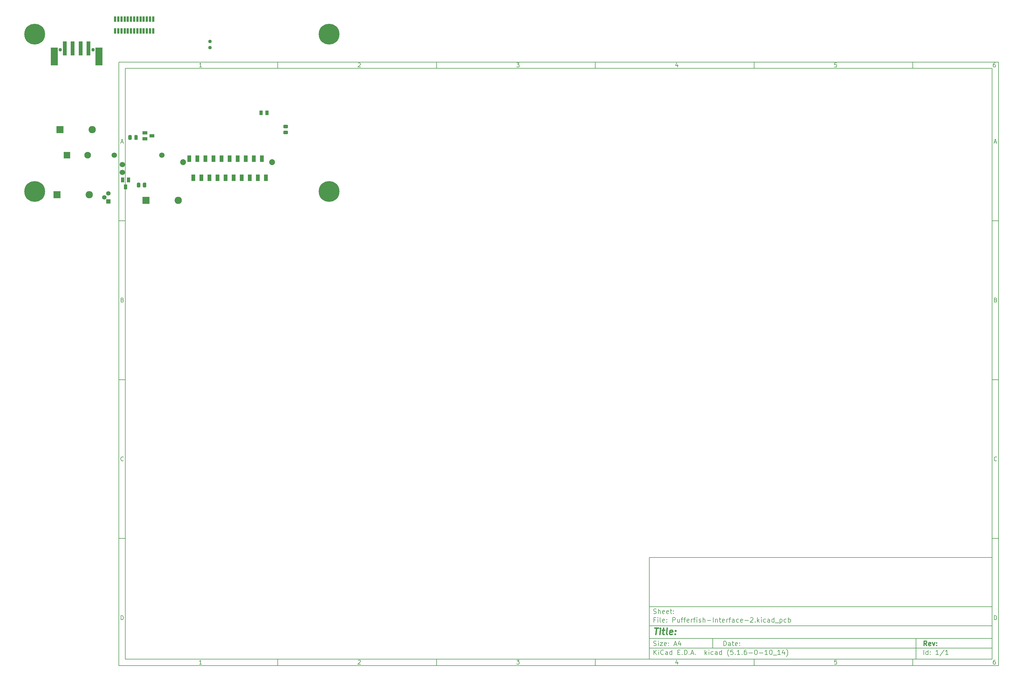
<source format=gbr>
G04 #@! TF.GenerationSoftware,KiCad,Pcbnew,(5.1.6-0-10_14)*
G04 #@! TF.CreationDate,2020-09-30T23:02:34-04:00*
G04 #@! TF.ProjectId,Pufferfish-Interface-2,50756666-6572-4666-9973-682d496e7465,rev?*
G04 #@! TF.SameCoordinates,Original*
G04 #@! TF.FileFunction,Soldermask,Bot*
G04 #@! TF.FilePolarity,Negative*
%FSLAX46Y46*%
G04 Gerber Fmt 4.6, Leading zero omitted, Abs format (unit mm)*
G04 Created by KiCad (PCBNEW (5.1.6-0-10_14)) date 2020-09-30 23:02:34*
%MOMM*%
%LPD*%
G01*
G04 APERTURE LIST*
%ADD10C,0.100000*%
%ADD11C,0.150000*%
%ADD12C,0.300000*%
%ADD13C,0.400000*%
%ADD14C,1.090600*%
%ADD15R,2.309800X5.688000*%
%ADD16R,1.293800X4.494200*%
%ADD17R,0.700000X1.750000*%
%ADD18C,1.852600*%
%ADD19R,1.293800X2.106600*%
%ADD20C,1.700000*%
%ADD21C,6.553200*%
%ADD22O,2.300000X2.300000*%
%ADD23R,2.300000X2.300000*%
%ADD24R,2.100000X2.100000*%
%ADD25C,2.100000*%
%ADD26C,1.110000*%
%ADD27R,1.400000X1.400000*%
%ADD28C,1.400000*%
%ADD29R,1.500000X1.100000*%
%ADD30R,1.100000X1.500000*%
G04 APERTURE END LIST*
D10*
D11*
X177002200Y-166007200D02*
X177002200Y-198007200D01*
X285002200Y-198007200D01*
X285002200Y-166007200D01*
X177002200Y-166007200D01*
D10*
D11*
X10000000Y-10000000D02*
X10000000Y-200007200D01*
X287002200Y-200007200D01*
X287002200Y-10000000D01*
X10000000Y-10000000D01*
D10*
D11*
X12000000Y-12000000D02*
X12000000Y-198007200D01*
X285002200Y-198007200D01*
X285002200Y-12000000D01*
X12000000Y-12000000D01*
D10*
D11*
X60000000Y-12000000D02*
X60000000Y-10000000D01*
D10*
D11*
X110000000Y-12000000D02*
X110000000Y-10000000D01*
D10*
D11*
X160000000Y-12000000D02*
X160000000Y-10000000D01*
D10*
D11*
X210000000Y-12000000D02*
X210000000Y-10000000D01*
D10*
D11*
X260000000Y-12000000D02*
X260000000Y-10000000D01*
D10*
D11*
X36065476Y-11588095D02*
X35322619Y-11588095D01*
X35694047Y-11588095D02*
X35694047Y-10288095D01*
X35570238Y-10473809D01*
X35446428Y-10597619D01*
X35322619Y-10659523D01*
D10*
D11*
X85322619Y-10411904D02*
X85384523Y-10350000D01*
X85508333Y-10288095D01*
X85817857Y-10288095D01*
X85941666Y-10350000D01*
X86003571Y-10411904D01*
X86065476Y-10535714D01*
X86065476Y-10659523D01*
X86003571Y-10845238D01*
X85260714Y-11588095D01*
X86065476Y-11588095D01*
D10*
D11*
X135260714Y-10288095D02*
X136065476Y-10288095D01*
X135632142Y-10783333D01*
X135817857Y-10783333D01*
X135941666Y-10845238D01*
X136003571Y-10907142D01*
X136065476Y-11030952D01*
X136065476Y-11340476D01*
X136003571Y-11464285D01*
X135941666Y-11526190D01*
X135817857Y-11588095D01*
X135446428Y-11588095D01*
X135322619Y-11526190D01*
X135260714Y-11464285D01*
D10*
D11*
X185941666Y-10721428D02*
X185941666Y-11588095D01*
X185632142Y-10226190D02*
X185322619Y-11154761D01*
X186127380Y-11154761D01*
D10*
D11*
X236003571Y-10288095D02*
X235384523Y-10288095D01*
X235322619Y-10907142D01*
X235384523Y-10845238D01*
X235508333Y-10783333D01*
X235817857Y-10783333D01*
X235941666Y-10845238D01*
X236003571Y-10907142D01*
X236065476Y-11030952D01*
X236065476Y-11340476D01*
X236003571Y-11464285D01*
X235941666Y-11526190D01*
X235817857Y-11588095D01*
X235508333Y-11588095D01*
X235384523Y-11526190D01*
X235322619Y-11464285D01*
D10*
D11*
X285941666Y-10288095D02*
X285694047Y-10288095D01*
X285570238Y-10350000D01*
X285508333Y-10411904D01*
X285384523Y-10597619D01*
X285322619Y-10845238D01*
X285322619Y-11340476D01*
X285384523Y-11464285D01*
X285446428Y-11526190D01*
X285570238Y-11588095D01*
X285817857Y-11588095D01*
X285941666Y-11526190D01*
X286003571Y-11464285D01*
X286065476Y-11340476D01*
X286065476Y-11030952D01*
X286003571Y-10907142D01*
X285941666Y-10845238D01*
X285817857Y-10783333D01*
X285570238Y-10783333D01*
X285446428Y-10845238D01*
X285384523Y-10907142D01*
X285322619Y-11030952D01*
D10*
D11*
X60000000Y-198007200D02*
X60000000Y-200007200D01*
D10*
D11*
X110000000Y-198007200D02*
X110000000Y-200007200D01*
D10*
D11*
X160000000Y-198007200D02*
X160000000Y-200007200D01*
D10*
D11*
X210000000Y-198007200D02*
X210000000Y-200007200D01*
D10*
D11*
X260000000Y-198007200D02*
X260000000Y-200007200D01*
D10*
D11*
X36065476Y-199595295D02*
X35322619Y-199595295D01*
X35694047Y-199595295D02*
X35694047Y-198295295D01*
X35570238Y-198481009D01*
X35446428Y-198604819D01*
X35322619Y-198666723D01*
D10*
D11*
X85322619Y-198419104D02*
X85384523Y-198357200D01*
X85508333Y-198295295D01*
X85817857Y-198295295D01*
X85941666Y-198357200D01*
X86003571Y-198419104D01*
X86065476Y-198542914D01*
X86065476Y-198666723D01*
X86003571Y-198852438D01*
X85260714Y-199595295D01*
X86065476Y-199595295D01*
D10*
D11*
X135260714Y-198295295D02*
X136065476Y-198295295D01*
X135632142Y-198790533D01*
X135817857Y-198790533D01*
X135941666Y-198852438D01*
X136003571Y-198914342D01*
X136065476Y-199038152D01*
X136065476Y-199347676D01*
X136003571Y-199471485D01*
X135941666Y-199533390D01*
X135817857Y-199595295D01*
X135446428Y-199595295D01*
X135322619Y-199533390D01*
X135260714Y-199471485D01*
D10*
D11*
X185941666Y-198728628D02*
X185941666Y-199595295D01*
X185632142Y-198233390D02*
X185322619Y-199161961D01*
X186127380Y-199161961D01*
D10*
D11*
X236003571Y-198295295D02*
X235384523Y-198295295D01*
X235322619Y-198914342D01*
X235384523Y-198852438D01*
X235508333Y-198790533D01*
X235817857Y-198790533D01*
X235941666Y-198852438D01*
X236003571Y-198914342D01*
X236065476Y-199038152D01*
X236065476Y-199347676D01*
X236003571Y-199471485D01*
X235941666Y-199533390D01*
X235817857Y-199595295D01*
X235508333Y-199595295D01*
X235384523Y-199533390D01*
X235322619Y-199471485D01*
D10*
D11*
X285941666Y-198295295D02*
X285694047Y-198295295D01*
X285570238Y-198357200D01*
X285508333Y-198419104D01*
X285384523Y-198604819D01*
X285322619Y-198852438D01*
X285322619Y-199347676D01*
X285384523Y-199471485D01*
X285446428Y-199533390D01*
X285570238Y-199595295D01*
X285817857Y-199595295D01*
X285941666Y-199533390D01*
X286003571Y-199471485D01*
X286065476Y-199347676D01*
X286065476Y-199038152D01*
X286003571Y-198914342D01*
X285941666Y-198852438D01*
X285817857Y-198790533D01*
X285570238Y-198790533D01*
X285446428Y-198852438D01*
X285384523Y-198914342D01*
X285322619Y-199038152D01*
D10*
D11*
X10000000Y-60000000D02*
X12000000Y-60000000D01*
D10*
D11*
X10000000Y-110000000D02*
X12000000Y-110000000D01*
D10*
D11*
X10000000Y-160000000D02*
X12000000Y-160000000D01*
D10*
D11*
X10690476Y-35216666D02*
X11309523Y-35216666D01*
X10566666Y-35588095D02*
X11000000Y-34288095D01*
X11433333Y-35588095D01*
D10*
D11*
X11092857Y-84907142D02*
X11278571Y-84969047D01*
X11340476Y-85030952D01*
X11402380Y-85154761D01*
X11402380Y-85340476D01*
X11340476Y-85464285D01*
X11278571Y-85526190D01*
X11154761Y-85588095D01*
X10659523Y-85588095D01*
X10659523Y-84288095D01*
X11092857Y-84288095D01*
X11216666Y-84350000D01*
X11278571Y-84411904D01*
X11340476Y-84535714D01*
X11340476Y-84659523D01*
X11278571Y-84783333D01*
X11216666Y-84845238D01*
X11092857Y-84907142D01*
X10659523Y-84907142D01*
D10*
D11*
X11402380Y-135464285D02*
X11340476Y-135526190D01*
X11154761Y-135588095D01*
X11030952Y-135588095D01*
X10845238Y-135526190D01*
X10721428Y-135402380D01*
X10659523Y-135278571D01*
X10597619Y-135030952D01*
X10597619Y-134845238D01*
X10659523Y-134597619D01*
X10721428Y-134473809D01*
X10845238Y-134350000D01*
X11030952Y-134288095D01*
X11154761Y-134288095D01*
X11340476Y-134350000D01*
X11402380Y-134411904D01*
D10*
D11*
X10659523Y-185588095D02*
X10659523Y-184288095D01*
X10969047Y-184288095D01*
X11154761Y-184350000D01*
X11278571Y-184473809D01*
X11340476Y-184597619D01*
X11402380Y-184845238D01*
X11402380Y-185030952D01*
X11340476Y-185278571D01*
X11278571Y-185402380D01*
X11154761Y-185526190D01*
X10969047Y-185588095D01*
X10659523Y-185588095D01*
D10*
D11*
X287002200Y-60000000D02*
X285002200Y-60000000D01*
D10*
D11*
X287002200Y-110000000D02*
X285002200Y-110000000D01*
D10*
D11*
X287002200Y-160000000D02*
X285002200Y-160000000D01*
D10*
D11*
X285692676Y-35216666D02*
X286311723Y-35216666D01*
X285568866Y-35588095D02*
X286002200Y-34288095D01*
X286435533Y-35588095D01*
D10*
D11*
X286095057Y-84907142D02*
X286280771Y-84969047D01*
X286342676Y-85030952D01*
X286404580Y-85154761D01*
X286404580Y-85340476D01*
X286342676Y-85464285D01*
X286280771Y-85526190D01*
X286156961Y-85588095D01*
X285661723Y-85588095D01*
X285661723Y-84288095D01*
X286095057Y-84288095D01*
X286218866Y-84350000D01*
X286280771Y-84411904D01*
X286342676Y-84535714D01*
X286342676Y-84659523D01*
X286280771Y-84783333D01*
X286218866Y-84845238D01*
X286095057Y-84907142D01*
X285661723Y-84907142D01*
D10*
D11*
X286404580Y-135464285D02*
X286342676Y-135526190D01*
X286156961Y-135588095D01*
X286033152Y-135588095D01*
X285847438Y-135526190D01*
X285723628Y-135402380D01*
X285661723Y-135278571D01*
X285599819Y-135030952D01*
X285599819Y-134845238D01*
X285661723Y-134597619D01*
X285723628Y-134473809D01*
X285847438Y-134350000D01*
X286033152Y-134288095D01*
X286156961Y-134288095D01*
X286342676Y-134350000D01*
X286404580Y-134411904D01*
D10*
D11*
X285661723Y-185588095D02*
X285661723Y-184288095D01*
X285971247Y-184288095D01*
X286156961Y-184350000D01*
X286280771Y-184473809D01*
X286342676Y-184597619D01*
X286404580Y-184845238D01*
X286404580Y-185030952D01*
X286342676Y-185278571D01*
X286280771Y-185402380D01*
X286156961Y-185526190D01*
X285971247Y-185588095D01*
X285661723Y-185588095D01*
D10*
D11*
X200434342Y-193785771D02*
X200434342Y-192285771D01*
X200791485Y-192285771D01*
X201005771Y-192357200D01*
X201148628Y-192500057D01*
X201220057Y-192642914D01*
X201291485Y-192928628D01*
X201291485Y-193142914D01*
X201220057Y-193428628D01*
X201148628Y-193571485D01*
X201005771Y-193714342D01*
X200791485Y-193785771D01*
X200434342Y-193785771D01*
X202577200Y-193785771D02*
X202577200Y-193000057D01*
X202505771Y-192857200D01*
X202362914Y-192785771D01*
X202077200Y-192785771D01*
X201934342Y-192857200D01*
X202577200Y-193714342D02*
X202434342Y-193785771D01*
X202077200Y-193785771D01*
X201934342Y-193714342D01*
X201862914Y-193571485D01*
X201862914Y-193428628D01*
X201934342Y-193285771D01*
X202077200Y-193214342D01*
X202434342Y-193214342D01*
X202577200Y-193142914D01*
X203077200Y-192785771D02*
X203648628Y-192785771D01*
X203291485Y-192285771D02*
X203291485Y-193571485D01*
X203362914Y-193714342D01*
X203505771Y-193785771D01*
X203648628Y-193785771D01*
X204720057Y-193714342D02*
X204577200Y-193785771D01*
X204291485Y-193785771D01*
X204148628Y-193714342D01*
X204077200Y-193571485D01*
X204077200Y-193000057D01*
X204148628Y-192857200D01*
X204291485Y-192785771D01*
X204577200Y-192785771D01*
X204720057Y-192857200D01*
X204791485Y-193000057D01*
X204791485Y-193142914D01*
X204077200Y-193285771D01*
X205434342Y-193642914D02*
X205505771Y-193714342D01*
X205434342Y-193785771D01*
X205362914Y-193714342D01*
X205434342Y-193642914D01*
X205434342Y-193785771D01*
X205434342Y-192857200D02*
X205505771Y-192928628D01*
X205434342Y-193000057D01*
X205362914Y-192928628D01*
X205434342Y-192857200D01*
X205434342Y-193000057D01*
D10*
D11*
X177002200Y-194507200D02*
X285002200Y-194507200D01*
D10*
D11*
X178434342Y-196585771D02*
X178434342Y-195085771D01*
X179291485Y-196585771D02*
X178648628Y-195728628D01*
X179291485Y-195085771D02*
X178434342Y-195942914D01*
X179934342Y-196585771D02*
X179934342Y-195585771D01*
X179934342Y-195085771D02*
X179862914Y-195157200D01*
X179934342Y-195228628D01*
X180005771Y-195157200D01*
X179934342Y-195085771D01*
X179934342Y-195228628D01*
X181505771Y-196442914D02*
X181434342Y-196514342D01*
X181220057Y-196585771D01*
X181077200Y-196585771D01*
X180862914Y-196514342D01*
X180720057Y-196371485D01*
X180648628Y-196228628D01*
X180577200Y-195942914D01*
X180577200Y-195728628D01*
X180648628Y-195442914D01*
X180720057Y-195300057D01*
X180862914Y-195157200D01*
X181077200Y-195085771D01*
X181220057Y-195085771D01*
X181434342Y-195157200D01*
X181505771Y-195228628D01*
X182791485Y-196585771D02*
X182791485Y-195800057D01*
X182720057Y-195657200D01*
X182577200Y-195585771D01*
X182291485Y-195585771D01*
X182148628Y-195657200D01*
X182791485Y-196514342D02*
X182648628Y-196585771D01*
X182291485Y-196585771D01*
X182148628Y-196514342D01*
X182077200Y-196371485D01*
X182077200Y-196228628D01*
X182148628Y-196085771D01*
X182291485Y-196014342D01*
X182648628Y-196014342D01*
X182791485Y-195942914D01*
X184148628Y-196585771D02*
X184148628Y-195085771D01*
X184148628Y-196514342D02*
X184005771Y-196585771D01*
X183720057Y-196585771D01*
X183577200Y-196514342D01*
X183505771Y-196442914D01*
X183434342Y-196300057D01*
X183434342Y-195871485D01*
X183505771Y-195728628D01*
X183577200Y-195657200D01*
X183720057Y-195585771D01*
X184005771Y-195585771D01*
X184148628Y-195657200D01*
X186005771Y-195800057D02*
X186505771Y-195800057D01*
X186720057Y-196585771D02*
X186005771Y-196585771D01*
X186005771Y-195085771D01*
X186720057Y-195085771D01*
X187362914Y-196442914D02*
X187434342Y-196514342D01*
X187362914Y-196585771D01*
X187291485Y-196514342D01*
X187362914Y-196442914D01*
X187362914Y-196585771D01*
X188077200Y-196585771D02*
X188077200Y-195085771D01*
X188434342Y-195085771D01*
X188648628Y-195157200D01*
X188791485Y-195300057D01*
X188862914Y-195442914D01*
X188934342Y-195728628D01*
X188934342Y-195942914D01*
X188862914Y-196228628D01*
X188791485Y-196371485D01*
X188648628Y-196514342D01*
X188434342Y-196585771D01*
X188077200Y-196585771D01*
X189577200Y-196442914D02*
X189648628Y-196514342D01*
X189577200Y-196585771D01*
X189505771Y-196514342D01*
X189577200Y-196442914D01*
X189577200Y-196585771D01*
X190220057Y-196157200D02*
X190934342Y-196157200D01*
X190077200Y-196585771D02*
X190577200Y-195085771D01*
X191077200Y-196585771D01*
X191577200Y-196442914D02*
X191648628Y-196514342D01*
X191577200Y-196585771D01*
X191505771Y-196514342D01*
X191577200Y-196442914D01*
X191577200Y-196585771D01*
X194577200Y-196585771D02*
X194577200Y-195085771D01*
X194720057Y-196014342D02*
X195148628Y-196585771D01*
X195148628Y-195585771D02*
X194577200Y-196157200D01*
X195791485Y-196585771D02*
X195791485Y-195585771D01*
X195791485Y-195085771D02*
X195720057Y-195157200D01*
X195791485Y-195228628D01*
X195862914Y-195157200D01*
X195791485Y-195085771D01*
X195791485Y-195228628D01*
X197148628Y-196514342D02*
X197005771Y-196585771D01*
X196720057Y-196585771D01*
X196577200Y-196514342D01*
X196505771Y-196442914D01*
X196434342Y-196300057D01*
X196434342Y-195871485D01*
X196505771Y-195728628D01*
X196577200Y-195657200D01*
X196720057Y-195585771D01*
X197005771Y-195585771D01*
X197148628Y-195657200D01*
X198434342Y-196585771D02*
X198434342Y-195800057D01*
X198362914Y-195657200D01*
X198220057Y-195585771D01*
X197934342Y-195585771D01*
X197791485Y-195657200D01*
X198434342Y-196514342D02*
X198291485Y-196585771D01*
X197934342Y-196585771D01*
X197791485Y-196514342D01*
X197720057Y-196371485D01*
X197720057Y-196228628D01*
X197791485Y-196085771D01*
X197934342Y-196014342D01*
X198291485Y-196014342D01*
X198434342Y-195942914D01*
X199791485Y-196585771D02*
X199791485Y-195085771D01*
X199791485Y-196514342D02*
X199648628Y-196585771D01*
X199362914Y-196585771D01*
X199220057Y-196514342D01*
X199148628Y-196442914D01*
X199077200Y-196300057D01*
X199077200Y-195871485D01*
X199148628Y-195728628D01*
X199220057Y-195657200D01*
X199362914Y-195585771D01*
X199648628Y-195585771D01*
X199791485Y-195657200D01*
X202077200Y-197157200D02*
X202005771Y-197085771D01*
X201862914Y-196871485D01*
X201791485Y-196728628D01*
X201720057Y-196514342D01*
X201648628Y-196157200D01*
X201648628Y-195871485D01*
X201720057Y-195514342D01*
X201791485Y-195300057D01*
X201862914Y-195157200D01*
X202005771Y-194942914D01*
X202077200Y-194871485D01*
X203362914Y-195085771D02*
X202648628Y-195085771D01*
X202577200Y-195800057D01*
X202648628Y-195728628D01*
X202791485Y-195657200D01*
X203148628Y-195657200D01*
X203291485Y-195728628D01*
X203362914Y-195800057D01*
X203434342Y-195942914D01*
X203434342Y-196300057D01*
X203362914Y-196442914D01*
X203291485Y-196514342D01*
X203148628Y-196585771D01*
X202791485Y-196585771D01*
X202648628Y-196514342D01*
X202577200Y-196442914D01*
X204077200Y-196442914D02*
X204148628Y-196514342D01*
X204077200Y-196585771D01*
X204005771Y-196514342D01*
X204077200Y-196442914D01*
X204077200Y-196585771D01*
X205577200Y-196585771D02*
X204720057Y-196585771D01*
X205148628Y-196585771D02*
X205148628Y-195085771D01*
X205005771Y-195300057D01*
X204862914Y-195442914D01*
X204720057Y-195514342D01*
X206220057Y-196442914D02*
X206291485Y-196514342D01*
X206220057Y-196585771D01*
X206148628Y-196514342D01*
X206220057Y-196442914D01*
X206220057Y-196585771D01*
X207577200Y-195085771D02*
X207291485Y-195085771D01*
X207148628Y-195157200D01*
X207077200Y-195228628D01*
X206934342Y-195442914D01*
X206862914Y-195728628D01*
X206862914Y-196300057D01*
X206934342Y-196442914D01*
X207005771Y-196514342D01*
X207148628Y-196585771D01*
X207434342Y-196585771D01*
X207577200Y-196514342D01*
X207648628Y-196442914D01*
X207720057Y-196300057D01*
X207720057Y-195942914D01*
X207648628Y-195800057D01*
X207577200Y-195728628D01*
X207434342Y-195657200D01*
X207148628Y-195657200D01*
X207005771Y-195728628D01*
X206934342Y-195800057D01*
X206862914Y-195942914D01*
X208362914Y-196014342D02*
X209505771Y-196014342D01*
X210505771Y-195085771D02*
X210648628Y-195085771D01*
X210791485Y-195157200D01*
X210862914Y-195228628D01*
X210934342Y-195371485D01*
X211005771Y-195657200D01*
X211005771Y-196014342D01*
X210934342Y-196300057D01*
X210862914Y-196442914D01*
X210791485Y-196514342D01*
X210648628Y-196585771D01*
X210505771Y-196585771D01*
X210362914Y-196514342D01*
X210291485Y-196442914D01*
X210220057Y-196300057D01*
X210148628Y-196014342D01*
X210148628Y-195657200D01*
X210220057Y-195371485D01*
X210291485Y-195228628D01*
X210362914Y-195157200D01*
X210505771Y-195085771D01*
X211648628Y-196014342D02*
X212791485Y-196014342D01*
X214291485Y-196585771D02*
X213434342Y-196585771D01*
X213862914Y-196585771D02*
X213862914Y-195085771D01*
X213720057Y-195300057D01*
X213577200Y-195442914D01*
X213434342Y-195514342D01*
X215220057Y-195085771D02*
X215362914Y-195085771D01*
X215505771Y-195157200D01*
X215577200Y-195228628D01*
X215648628Y-195371485D01*
X215720057Y-195657200D01*
X215720057Y-196014342D01*
X215648628Y-196300057D01*
X215577200Y-196442914D01*
X215505771Y-196514342D01*
X215362914Y-196585771D01*
X215220057Y-196585771D01*
X215077200Y-196514342D01*
X215005771Y-196442914D01*
X214934342Y-196300057D01*
X214862914Y-196014342D01*
X214862914Y-195657200D01*
X214934342Y-195371485D01*
X215005771Y-195228628D01*
X215077200Y-195157200D01*
X215220057Y-195085771D01*
X216005771Y-196728628D02*
X217148628Y-196728628D01*
X218291485Y-196585771D02*
X217434342Y-196585771D01*
X217862914Y-196585771D02*
X217862914Y-195085771D01*
X217720057Y-195300057D01*
X217577200Y-195442914D01*
X217434342Y-195514342D01*
X219577200Y-195585771D02*
X219577200Y-196585771D01*
X219220057Y-195014342D02*
X218862914Y-196085771D01*
X219791485Y-196085771D01*
X220220057Y-197157200D02*
X220291485Y-197085771D01*
X220434342Y-196871485D01*
X220505771Y-196728628D01*
X220577200Y-196514342D01*
X220648628Y-196157200D01*
X220648628Y-195871485D01*
X220577200Y-195514342D01*
X220505771Y-195300057D01*
X220434342Y-195157200D01*
X220291485Y-194942914D01*
X220220057Y-194871485D01*
D10*
D11*
X177002200Y-191507200D02*
X285002200Y-191507200D01*
D10*
D12*
X264411485Y-193785771D02*
X263911485Y-193071485D01*
X263554342Y-193785771D02*
X263554342Y-192285771D01*
X264125771Y-192285771D01*
X264268628Y-192357200D01*
X264340057Y-192428628D01*
X264411485Y-192571485D01*
X264411485Y-192785771D01*
X264340057Y-192928628D01*
X264268628Y-193000057D01*
X264125771Y-193071485D01*
X263554342Y-193071485D01*
X265625771Y-193714342D02*
X265482914Y-193785771D01*
X265197200Y-193785771D01*
X265054342Y-193714342D01*
X264982914Y-193571485D01*
X264982914Y-193000057D01*
X265054342Y-192857200D01*
X265197200Y-192785771D01*
X265482914Y-192785771D01*
X265625771Y-192857200D01*
X265697200Y-193000057D01*
X265697200Y-193142914D01*
X264982914Y-193285771D01*
X266197200Y-192785771D02*
X266554342Y-193785771D01*
X266911485Y-192785771D01*
X267482914Y-193642914D02*
X267554342Y-193714342D01*
X267482914Y-193785771D01*
X267411485Y-193714342D01*
X267482914Y-193642914D01*
X267482914Y-193785771D01*
X267482914Y-192857200D02*
X267554342Y-192928628D01*
X267482914Y-193000057D01*
X267411485Y-192928628D01*
X267482914Y-192857200D01*
X267482914Y-193000057D01*
D10*
D11*
X178362914Y-193714342D02*
X178577200Y-193785771D01*
X178934342Y-193785771D01*
X179077200Y-193714342D01*
X179148628Y-193642914D01*
X179220057Y-193500057D01*
X179220057Y-193357200D01*
X179148628Y-193214342D01*
X179077200Y-193142914D01*
X178934342Y-193071485D01*
X178648628Y-193000057D01*
X178505771Y-192928628D01*
X178434342Y-192857200D01*
X178362914Y-192714342D01*
X178362914Y-192571485D01*
X178434342Y-192428628D01*
X178505771Y-192357200D01*
X178648628Y-192285771D01*
X179005771Y-192285771D01*
X179220057Y-192357200D01*
X179862914Y-193785771D02*
X179862914Y-192785771D01*
X179862914Y-192285771D02*
X179791485Y-192357200D01*
X179862914Y-192428628D01*
X179934342Y-192357200D01*
X179862914Y-192285771D01*
X179862914Y-192428628D01*
X180434342Y-192785771D02*
X181220057Y-192785771D01*
X180434342Y-193785771D01*
X181220057Y-193785771D01*
X182362914Y-193714342D02*
X182220057Y-193785771D01*
X181934342Y-193785771D01*
X181791485Y-193714342D01*
X181720057Y-193571485D01*
X181720057Y-193000057D01*
X181791485Y-192857200D01*
X181934342Y-192785771D01*
X182220057Y-192785771D01*
X182362914Y-192857200D01*
X182434342Y-193000057D01*
X182434342Y-193142914D01*
X181720057Y-193285771D01*
X183077200Y-193642914D02*
X183148628Y-193714342D01*
X183077200Y-193785771D01*
X183005771Y-193714342D01*
X183077200Y-193642914D01*
X183077200Y-193785771D01*
X183077200Y-192857200D02*
X183148628Y-192928628D01*
X183077200Y-193000057D01*
X183005771Y-192928628D01*
X183077200Y-192857200D01*
X183077200Y-193000057D01*
X184862914Y-193357200D02*
X185577200Y-193357200D01*
X184720057Y-193785771D02*
X185220057Y-192285771D01*
X185720057Y-193785771D01*
X186862914Y-192785771D02*
X186862914Y-193785771D01*
X186505771Y-192214342D02*
X186148628Y-193285771D01*
X187077200Y-193285771D01*
D10*
D11*
X263434342Y-196585771D02*
X263434342Y-195085771D01*
X264791485Y-196585771D02*
X264791485Y-195085771D01*
X264791485Y-196514342D02*
X264648628Y-196585771D01*
X264362914Y-196585771D01*
X264220057Y-196514342D01*
X264148628Y-196442914D01*
X264077200Y-196300057D01*
X264077200Y-195871485D01*
X264148628Y-195728628D01*
X264220057Y-195657200D01*
X264362914Y-195585771D01*
X264648628Y-195585771D01*
X264791485Y-195657200D01*
X265505771Y-196442914D02*
X265577200Y-196514342D01*
X265505771Y-196585771D01*
X265434342Y-196514342D01*
X265505771Y-196442914D01*
X265505771Y-196585771D01*
X265505771Y-195657200D02*
X265577200Y-195728628D01*
X265505771Y-195800057D01*
X265434342Y-195728628D01*
X265505771Y-195657200D01*
X265505771Y-195800057D01*
X268148628Y-196585771D02*
X267291485Y-196585771D01*
X267720057Y-196585771D02*
X267720057Y-195085771D01*
X267577200Y-195300057D01*
X267434342Y-195442914D01*
X267291485Y-195514342D01*
X269862914Y-195014342D02*
X268577200Y-196942914D01*
X271148628Y-196585771D02*
X270291485Y-196585771D01*
X270720057Y-196585771D02*
X270720057Y-195085771D01*
X270577200Y-195300057D01*
X270434342Y-195442914D01*
X270291485Y-195514342D01*
D10*
D11*
X177002200Y-187507200D02*
X285002200Y-187507200D01*
D10*
D13*
X178714580Y-188211961D02*
X179857438Y-188211961D01*
X179036009Y-190211961D02*
X179286009Y-188211961D01*
X180274104Y-190211961D02*
X180440771Y-188878628D01*
X180524104Y-188211961D02*
X180416961Y-188307200D01*
X180500295Y-188402438D01*
X180607438Y-188307200D01*
X180524104Y-188211961D01*
X180500295Y-188402438D01*
X181107438Y-188878628D02*
X181869342Y-188878628D01*
X181476485Y-188211961D02*
X181262200Y-189926247D01*
X181333628Y-190116723D01*
X181512200Y-190211961D01*
X181702676Y-190211961D01*
X182655057Y-190211961D02*
X182476485Y-190116723D01*
X182405057Y-189926247D01*
X182619342Y-188211961D01*
X184190771Y-190116723D02*
X183988390Y-190211961D01*
X183607438Y-190211961D01*
X183428866Y-190116723D01*
X183357438Y-189926247D01*
X183452676Y-189164342D01*
X183571723Y-188973866D01*
X183774104Y-188878628D01*
X184155057Y-188878628D01*
X184333628Y-188973866D01*
X184405057Y-189164342D01*
X184381247Y-189354819D01*
X183405057Y-189545295D01*
X185155057Y-190021485D02*
X185238390Y-190116723D01*
X185131247Y-190211961D01*
X185047914Y-190116723D01*
X185155057Y-190021485D01*
X185131247Y-190211961D01*
X185286009Y-188973866D02*
X185369342Y-189069104D01*
X185262200Y-189164342D01*
X185178866Y-189069104D01*
X185286009Y-188973866D01*
X185262200Y-189164342D01*
D10*
D11*
X178934342Y-185600057D02*
X178434342Y-185600057D01*
X178434342Y-186385771D02*
X178434342Y-184885771D01*
X179148628Y-184885771D01*
X179720057Y-186385771D02*
X179720057Y-185385771D01*
X179720057Y-184885771D02*
X179648628Y-184957200D01*
X179720057Y-185028628D01*
X179791485Y-184957200D01*
X179720057Y-184885771D01*
X179720057Y-185028628D01*
X180648628Y-186385771D02*
X180505771Y-186314342D01*
X180434342Y-186171485D01*
X180434342Y-184885771D01*
X181791485Y-186314342D02*
X181648628Y-186385771D01*
X181362914Y-186385771D01*
X181220057Y-186314342D01*
X181148628Y-186171485D01*
X181148628Y-185600057D01*
X181220057Y-185457200D01*
X181362914Y-185385771D01*
X181648628Y-185385771D01*
X181791485Y-185457200D01*
X181862914Y-185600057D01*
X181862914Y-185742914D01*
X181148628Y-185885771D01*
X182505771Y-186242914D02*
X182577200Y-186314342D01*
X182505771Y-186385771D01*
X182434342Y-186314342D01*
X182505771Y-186242914D01*
X182505771Y-186385771D01*
X182505771Y-185457200D02*
X182577200Y-185528628D01*
X182505771Y-185600057D01*
X182434342Y-185528628D01*
X182505771Y-185457200D01*
X182505771Y-185600057D01*
X184362914Y-186385771D02*
X184362914Y-184885771D01*
X184934342Y-184885771D01*
X185077200Y-184957200D01*
X185148628Y-185028628D01*
X185220057Y-185171485D01*
X185220057Y-185385771D01*
X185148628Y-185528628D01*
X185077200Y-185600057D01*
X184934342Y-185671485D01*
X184362914Y-185671485D01*
X186505771Y-185385771D02*
X186505771Y-186385771D01*
X185862914Y-185385771D02*
X185862914Y-186171485D01*
X185934342Y-186314342D01*
X186077200Y-186385771D01*
X186291485Y-186385771D01*
X186434342Y-186314342D01*
X186505771Y-186242914D01*
X187005771Y-185385771D02*
X187577200Y-185385771D01*
X187220057Y-186385771D02*
X187220057Y-185100057D01*
X187291485Y-184957200D01*
X187434342Y-184885771D01*
X187577200Y-184885771D01*
X187862914Y-185385771D02*
X188434342Y-185385771D01*
X188077200Y-186385771D02*
X188077200Y-185100057D01*
X188148628Y-184957200D01*
X188291485Y-184885771D01*
X188434342Y-184885771D01*
X189505771Y-186314342D02*
X189362914Y-186385771D01*
X189077200Y-186385771D01*
X188934342Y-186314342D01*
X188862914Y-186171485D01*
X188862914Y-185600057D01*
X188934342Y-185457200D01*
X189077200Y-185385771D01*
X189362914Y-185385771D01*
X189505771Y-185457200D01*
X189577200Y-185600057D01*
X189577200Y-185742914D01*
X188862914Y-185885771D01*
X190220057Y-186385771D02*
X190220057Y-185385771D01*
X190220057Y-185671485D02*
X190291485Y-185528628D01*
X190362914Y-185457200D01*
X190505771Y-185385771D01*
X190648628Y-185385771D01*
X190934342Y-185385771D02*
X191505771Y-185385771D01*
X191148628Y-186385771D02*
X191148628Y-185100057D01*
X191220057Y-184957200D01*
X191362914Y-184885771D01*
X191505771Y-184885771D01*
X192005771Y-186385771D02*
X192005771Y-185385771D01*
X192005771Y-184885771D02*
X191934342Y-184957200D01*
X192005771Y-185028628D01*
X192077200Y-184957200D01*
X192005771Y-184885771D01*
X192005771Y-185028628D01*
X192648628Y-186314342D02*
X192791485Y-186385771D01*
X193077200Y-186385771D01*
X193220057Y-186314342D01*
X193291485Y-186171485D01*
X193291485Y-186100057D01*
X193220057Y-185957200D01*
X193077200Y-185885771D01*
X192862914Y-185885771D01*
X192720057Y-185814342D01*
X192648628Y-185671485D01*
X192648628Y-185600057D01*
X192720057Y-185457200D01*
X192862914Y-185385771D01*
X193077200Y-185385771D01*
X193220057Y-185457200D01*
X193934342Y-186385771D02*
X193934342Y-184885771D01*
X194577200Y-186385771D02*
X194577200Y-185600057D01*
X194505771Y-185457200D01*
X194362914Y-185385771D01*
X194148628Y-185385771D01*
X194005771Y-185457200D01*
X193934342Y-185528628D01*
X195291485Y-185814342D02*
X196434342Y-185814342D01*
X197148628Y-186385771D02*
X197148628Y-184885771D01*
X197862914Y-185385771D02*
X197862914Y-186385771D01*
X197862914Y-185528628D02*
X197934342Y-185457200D01*
X198077200Y-185385771D01*
X198291485Y-185385771D01*
X198434342Y-185457200D01*
X198505771Y-185600057D01*
X198505771Y-186385771D01*
X199005771Y-185385771D02*
X199577200Y-185385771D01*
X199220057Y-184885771D02*
X199220057Y-186171485D01*
X199291485Y-186314342D01*
X199434342Y-186385771D01*
X199577200Y-186385771D01*
X200648628Y-186314342D02*
X200505771Y-186385771D01*
X200220057Y-186385771D01*
X200077200Y-186314342D01*
X200005771Y-186171485D01*
X200005771Y-185600057D01*
X200077200Y-185457200D01*
X200220057Y-185385771D01*
X200505771Y-185385771D01*
X200648628Y-185457200D01*
X200720057Y-185600057D01*
X200720057Y-185742914D01*
X200005771Y-185885771D01*
X201362914Y-186385771D02*
X201362914Y-185385771D01*
X201362914Y-185671485D02*
X201434342Y-185528628D01*
X201505771Y-185457200D01*
X201648628Y-185385771D01*
X201791485Y-185385771D01*
X202077200Y-185385771D02*
X202648628Y-185385771D01*
X202291485Y-186385771D02*
X202291485Y-185100057D01*
X202362914Y-184957200D01*
X202505771Y-184885771D01*
X202648628Y-184885771D01*
X203791485Y-186385771D02*
X203791485Y-185600057D01*
X203720057Y-185457200D01*
X203577200Y-185385771D01*
X203291485Y-185385771D01*
X203148628Y-185457200D01*
X203791485Y-186314342D02*
X203648628Y-186385771D01*
X203291485Y-186385771D01*
X203148628Y-186314342D01*
X203077200Y-186171485D01*
X203077200Y-186028628D01*
X203148628Y-185885771D01*
X203291485Y-185814342D01*
X203648628Y-185814342D01*
X203791485Y-185742914D01*
X205148628Y-186314342D02*
X205005771Y-186385771D01*
X204720057Y-186385771D01*
X204577200Y-186314342D01*
X204505771Y-186242914D01*
X204434342Y-186100057D01*
X204434342Y-185671485D01*
X204505771Y-185528628D01*
X204577200Y-185457200D01*
X204720057Y-185385771D01*
X205005771Y-185385771D01*
X205148628Y-185457200D01*
X206362914Y-186314342D02*
X206220057Y-186385771D01*
X205934342Y-186385771D01*
X205791485Y-186314342D01*
X205720057Y-186171485D01*
X205720057Y-185600057D01*
X205791485Y-185457200D01*
X205934342Y-185385771D01*
X206220057Y-185385771D01*
X206362914Y-185457200D01*
X206434342Y-185600057D01*
X206434342Y-185742914D01*
X205720057Y-185885771D01*
X207077200Y-185814342D02*
X208220057Y-185814342D01*
X208862914Y-185028628D02*
X208934342Y-184957200D01*
X209077200Y-184885771D01*
X209434342Y-184885771D01*
X209577200Y-184957200D01*
X209648628Y-185028628D01*
X209720057Y-185171485D01*
X209720057Y-185314342D01*
X209648628Y-185528628D01*
X208791485Y-186385771D01*
X209720057Y-186385771D01*
X210362914Y-186242914D02*
X210434342Y-186314342D01*
X210362914Y-186385771D01*
X210291485Y-186314342D01*
X210362914Y-186242914D01*
X210362914Y-186385771D01*
X211077200Y-186385771D02*
X211077200Y-184885771D01*
X211220057Y-185814342D02*
X211648628Y-186385771D01*
X211648628Y-185385771D02*
X211077200Y-185957200D01*
X212291485Y-186385771D02*
X212291485Y-185385771D01*
X212291485Y-184885771D02*
X212220057Y-184957200D01*
X212291485Y-185028628D01*
X212362914Y-184957200D01*
X212291485Y-184885771D01*
X212291485Y-185028628D01*
X213648628Y-186314342D02*
X213505771Y-186385771D01*
X213220057Y-186385771D01*
X213077200Y-186314342D01*
X213005771Y-186242914D01*
X212934342Y-186100057D01*
X212934342Y-185671485D01*
X213005771Y-185528628D01*
X213077200Y-185457200D01*
X213220057Y-185385771D01*
X213505771Y-185385771D01*
X213648628Y-185457200D01*
X214934342Y-186385771D02*
X214934342Y-185600057D01*
X214862914Y-185457200D01*
X214720057Y-185385771D01*
X214434342Y-185385771D01*
X214291485Y-185457200D01*
X214934342Y-186314342D02*
X214791485Y-186385771D01*
X214434342Y-186385771D01*
X214291485Y-186314342D01*
X214220057Y-186171485D01*
X214220057Y-186028628D01*
X214291485Y-185885771D01*
X214434342Y-185814342D01*
X214791485Y-185814342D01*
X214934342Y-185742914D01*
X216291485Y-186385771D02*
X216291485Y-184885771D01*
X216291485Y-186314342D02*
X216148628Y-186385771D01*
X215862914Y-186385771D01*
X215720057Y-186314342D01*
X215648628Y-186242914D01*
X215577200Y-186100057D01*
X215577200Y-185671485D01*
X215648628Y-185528628D01*
X215720057Y-185457200D01*
X215862914Y-185385771D01*
X216148628Y-185385771D01*
X216291485Y-185457200D01*
X216648628Y-186528628D02*
X217791485Y-186528628D01*
X218148628Y-185385771D02*
X218148628Y-186885771D01*
X218148628Y-185457200D02*
X218291485Y-185385771D01*
X218577200Y-185385771D01*
X218720057Y-185457200D01*
X218791485Y-185528628D01*
X218862914Y-185671485D01*
X218862914Y-186100057D01*
X218791485Y-186242914D01*
X218720057Y-186314342D01*
X218577200Y-186385771D01*
X218291485Y-186385771D01*
X218148628Y-186314342D01*
X220148628Y-186314342D02*
X220005771Y-186385771D01*
X219720057Y-186385771D01*
X219577200Y-186314342D01*
X219505771Y-186242914D01*
X219434342Y-186100057D01*
X219434342Y-185671485D01*
X219505771Y-185528628D01*
X219577200Y-185457200D01*
X219720057Y-185385771D01*
X220005771Y-185385771D01*
X220148628Y-185457200D01*
X220791485Y-186385771D02*
X220791485Y-184885771D01*
X220791485Y-185457200D02*
X220934342Y-185385771D01*
X221220057Y-185385771D01*
X221362914Y-185457200D01*
X221434342Y-185528628D01*
X221505771Y-185671485D01*
X221505771Y-186100057D01*
X221434342Y-186242914D01*
X221362914Y-186314342D01*
X221220057Y-186385771D01*
X220934342Y-186385771D01*
X220791485Y-186314342D01*
D10*
D11*
X177002200Y-181507200D02*
X285002200Y-181507200D01*
D10*
D11*
X178362914Y-183614342D02*
X178577200Y-183685771D01*
X178934342Y-183685771D01*
X179077200Y-183614342D01*
X179148628Y-183542914D01*
X179220057Y-183400057D01*
X179220057Y-183257200D01*
X179148628Y-183114342D01*
X179077200Y-183042914D01*
X178934342Y-182971485D01*
X178648628Y-182900057D01*
X178505771Y-182828628D01*
X178434342Y-182757200D01*
X178362914Y-182614342D01*
X178362914Y-182471485D01*
X178434342Y-182328628D01*
X178505771Y-182257200D01*
X178648628Y-182185771D01*
X179005771Y-182185771D01*
X179220057Y-182257200D01*
X179862914Y-183685771D02*
X179862914Y-182185771D01*
X180505771Y-183685771D02*
X180505771Y-182900057D01*
X180434342Y-182757200D01*
X180291485Y-182685771D01*
X180077200Y-182685771D01*
X179934342Y-182757200D01*
X179862914Y-182828628D01*
X181791485Y-183614342D02*
X181648628Y-183685771D01*
X181362914Y-183685771D01*
X181220057Y-183614342D01*
X181148628Y-183471485D01*
X181148628Y-182900057D01*
X181220057Y-182757200D01*
X181362914Y-182685771D01*
X181648628Y-182685771D01*
X181791485Y-182757200D01*
X181862914Y-182900057D01*
X181862914Y-183042914D01*
X181148628Y-183185771D01*
X183077200Y-183614342D02*
X182934342Y-183685771D01*
X182648628Y-183685771D01*
X182505771Y-183614342D01*
X182434342Y-183471485D01*
X182434342Y-182900057D01*
X182505771Y-182757200D01*
X182648628Y-182685771D01*
X182934342Y-182685771D01*
X183077200Y-182757200D01*
X183148628Y-182900057D01*
X183148628Y-183042914D01*
X182434342Y-183185771D01*
X183577200Y-182685771D02*
X184148628Y-182685771D01*
X183791485Y-182185771D02*
X183791485Y-183471485D01*
X183862914Y-183614342D01*
X184005771Y-183685771D01*
X184148628Y-183685771D01*
X184648628Y-183542914D02*
X184720057Y-183614342D01*
X184648628Y-183685771D01*
X184577200Y-183614342D01*
X184648628Y-183542914D01*
X184648628Y-183685771D01*
X184648628Y-182757200D02*
X184720057Y-182828628D01*
X184648628Y-182900057D01*
X184577200Y-182828628D01*
X184648628Y-182757200D01*
X184648628Y-182900057D01*
D10*
D11*
X197002200Y-191507200D02*
X197002200Y-194507200D01*
D10*
D11*
X261002200Y-191507200D02*
X261002200Y-198007200D01*
D14*
X1812417Y-6124592D03*
X-8487537Y-6124592D03*
D15*
X3712440Y-8226552D03*
X-10387560Y-8226552D03*
D16*
X412440Y-5724652D03*
X-2087560Y-5724652D03*
X-4587560Y-5724652D03*
X-7087560Y-5724652D03*
D17*
X8795000Y-209640D03*
X14795000Y-209640D03*
X10795000Y-209640D03*
X18795000Y-209640D03*
X16795000Y-209640D03*
X12795000Y-209640D03*
X11795000Y-209640D03*
X19795000Y-209640D03*
X20795000Y-209640D03*
X13795000Y-209640D03*
X17795000Y-209640D03*
X15795000Y-209640D03*
X9795000Y-209640D03*
X8795000Y3515360D03*
X9795000Y3515360D03*
X13795000Y3515360D03*
X11795000Y3515360D03*
X12795000Y3515360D03*
X10795000Y3515360D03*
X20795000Y3515360D03*
X19795000Y3515360D03*
X18795000Y3515360D03*
X17795000Y3515360D03*
X16795000Y3515360D03*
X15795000Y3515360D03*
X14795000Y3515360D03*
D18*
X58206640Y-41506140D03*
X30215840Y-41506140D03*
D19*
X56276240Y-46408340D03*
X55006240Y-40413940D03*
X53736240Y-46408340D03*
X52466240Y-40413940D03*
X51196240Y-46408340D03*
X49926240Y-40413940D03*
X48656240Y-46408340D03*
X47386240Y-40413940D03*
X46116240Y-46408340D03*
X44846240Y-40413940D03*
X43576240Y-46408340D03*
X42306240Y-40413940D03*
X41036240Y-46408340D03*
X39766240Y-40413940D03*
X38496240Y-46408340D03*
X37226240Y-40413940D03*
X35956240Y-46408340D03*
X34686240Y-40413940D03*
X33416240Y-46408340D03*
X32146240Y-40413940D03*
D20*
X11102000Y-44770000D03*
X11102000Y-42270000D03*
X8502000Y-39370000D03*
X23502000Y-39370000D03*
G36*
G01*
X62018750Y-31650000D02*
X62981250Y-31650000D01*
G75*
G02*
X63250000Y-31918750I0J-268750D01*
G01*
X63250000Y-32456250D01*
G75*
G02*
X62981250Y-32725000I-268750J0D01*
G01*
X62018750Y-32725000D01*
G75*
G02*
X61750000Y-32456250I0J268750D01*
G01*
X61750000Y-31918750D01*
G75*
G02*
X62018750Y-31650000I268750J0D01*
G01*
G37*
G36*
G01*
X62018750Y-29775000D02*
X62981250Y-29775000D01*
G75*
G02*
X63250000Y-30043750I0J-268750D01*
G01*
X63250000Y-30581250D01*
G75*
G02*
X62981250Y-30850000I-268750J0D01*
G01*
X62018750Y-30850000D01*
G75*
G02*
X61750000Y-30581250I0J268750D01*
G01*
X61750000Y-30043750D01*
G75*
G02*
X62018750Y-29775000I268750J0D01*
G01*
G37*
D21*
X76200000Y-50800000D03*
X76200000Y-1270000D03*
X-16510000Y-50800000D03*
X-16510000Y-1270000D03*
D22*
X645380Y-51745980D03*
D23*
X-9514620Y-51745980D03*
D24*
X-6370000Y-39370000D03*
D25*
X130000Y-39370000D03*
D26*
X38650000Y-3550000D03*
X38650000Y-5450000D03*
G36*
G01*
X56087500Y-26481250D02*
X56087500Y-25518750D01*
G75*
G02*
X56356250Y-25250000I268750J0D01*
G01*
X56893750Y-25250000D01*
G75*
G02*
X57162500Y-25518750I0J-268750D01*
G01*
X57162500Y-26481250D01*
G75*
G02*
X56893750Y-26750000I-268750J0D01*
G01*
X56356250Y-26750000D01*
G75*
G02*
X56087500Y-26481250I0J268750D01*
G01*
G37*
G36*
G01*
X54212500Y-26481250D02*
X54212500Y-25518750D01*
G75*
G02*
X54481250Y-25250000I268750J0D01*
G01*
X55018750Y-25250000D01*
G75*
G02*
X55287500Y-25518750I0J-268750D01*
G01*
X55287500Y-26481250D01*
G75*
G02*
X55018750Y-26750000I-268750J0D01*
G01*
X54481250Y-26750000D01*
G75*
G02*
X54212500Y-26481250I0J268750D01*
G01*
G37*
D27*
X6630000Y-53920000D03*
D28*
X6630000Y-51380000D03*
X5360000Y-52650000D03*
D29*
X20376060Y-33258760D03*
X18176060Y-32308760D03*
X18176060Y-34208760D03*
D30*
X12070120Y-49355100D03*
X13020120Y-47155100D03*
X11120120Y-47155100D03*
G36*
G01*
X14037600Y-33282970D02*
X14037600Y-34245470D01*
G75*
G02*
X13768850Y-34514220I-268750J0D01*
G01*
X13231350Y-34514220D01*
G75*
G02*
X12962600Y-34245470I0J268750D01*
G01*
X12962600Y-33282970D01*
G75*
G02*
X13231350Y-33014220I268750J0D01*
G01*
X13768850Y-33014220D01*
G75*
G02*
X14037600Y-33282970I0J-268750D01*
G01*
G37*
G36*
G01*
X15912600Y-33282970D02*
X15912600Y-34245470D01*
G75*
G02*
X15643850Y-34514220I-268750J0D01*
G01*
X15106350Y-34514220D01*
G75*
G02*
X14837600Y-34245470I0J268750D01*
G01*
X14837600Y-33282970D01*
G75*
G02*
X15106350Y-33014220I268750J0D01*
G01*
X15643850Y-33014220D01*
G75*
G02*
X15912600Y-33282970I0J-268750D01*
G01*
G37*
G36*
G01*
X17524680Y-49216230D02*
X17524680Y-48253730D01*
G75*
G02*
X17793430Y-47984980I268750J0D01*
G01*
X18330930Y-47984980D01*
G75*
G02*
X18599680Y-48253730I0J-268750D01*
G01*
X18599680Y-49216230D01*
G75*
G02*
X18330930Y-49484980I-268750J0D01*
G01*
X17793430Y-49484980D01*
G75*
G02*
X17524680Y-49216230I0J268750D01*
G01*
G37*
G36*
G01*
X15649680Y-49216230D02*
X15649680Y-48253730D01*
G75*
G02*
X15918430Y-47984980I268750J0D01*
G01*
X16455930Y-47984980D01*
G75*
G02*
X16724680Y-48253730I0J-268750D01*
G01*
X16724680Y-49216230D01*
G75*
G02*
X16455930Y-49484980I-268750J0D01*
G01*
X15918430Y-49484980D01*
G75*
G02*
X15649680Y-49216230I0J268750D01*
G01*
G37*
D22*
X1550000Y-31250000D03*
D23*
X-8610000Y-31250000D03*
D22*
X28702000Y-53594000D03*
D23*
X18542000Y-53594000D03*
M02*

</source>
